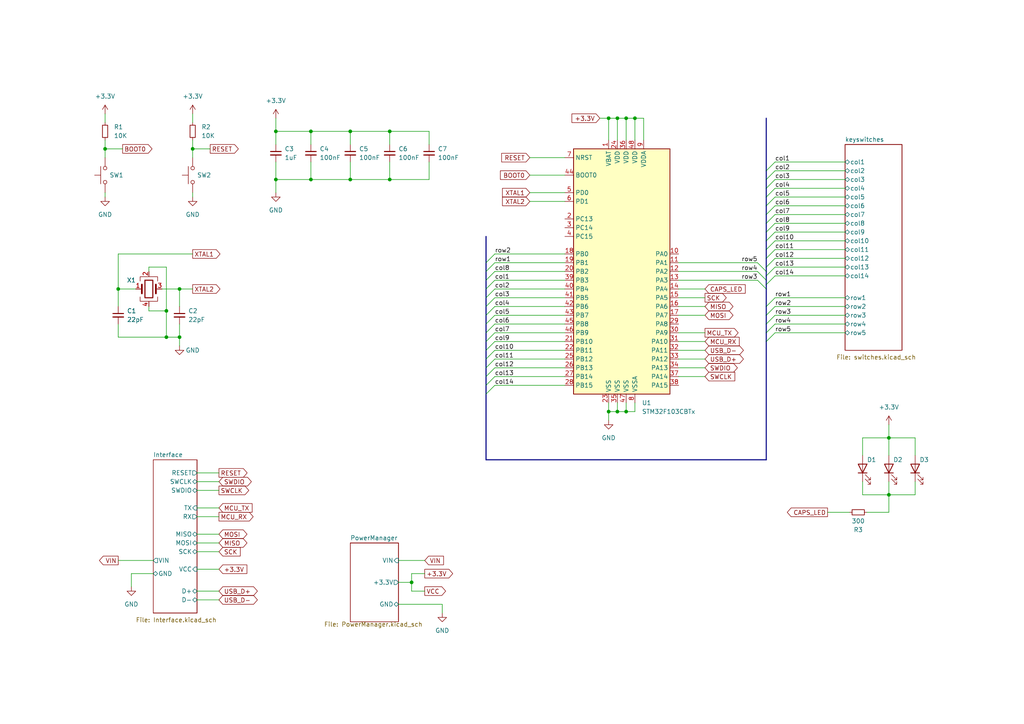
<source format=kicad_sch>
(kicad_sch (version 20211123) (generator eeschema)
  (paper "A4")
  (lib_symbols
    (symbol "Device:C_Small" (pin_numbers hide) (pin_names (offset 0.254) hide)
      (property "Reference" "C" (at 0.254 1.778 0))
      (property "Value" "C_Small" (at 0.254 -2.032 0))
      (symbol "C_Small_0_1"
        (polyline (pts (xy -1.524 -0.508) (xy 1.524 -0.508)) (stroke (width 0.3302)))
        (polyline (pts (xy -1.524 0.508) (xy 1.524 0.508)) (stroke (width 0.3048)))
      )
      (symbol "C_Small_1_1"
        (pin passive line (at 0 2.54 270) (length 2.032) (name "~") (number "1"))
        (pin passive line (at 0 -2.54 90) (length 2.032) (name "~") (number "2"))
      )
    )
    (symbol "Device:Crystal_GND24" (pin_names (offset 1.016) hide)
      (property "Reference" "Y" (at 3.175 5.08 0))
      (property "Value" "Crystal_GND24" (at 3.175 3.175 0))
      (symbol "Crystal_GND24_0_1"
        (rectangle (start -1.143 2.54) (end 1.143 -2.54) (stroke (width 0.3048)))
        (polyline (pts (xy -2.54 0) (xy -2.032 0)))
        (polyline (pts (xy -2.032 -1.27) (xy -2.032 1.27)) (stroke (width 0.508)))
        (polyline (pts (xy 0 -3.81) (xy 0 -3.556)))
        (polyline (pts (xy 0 3.556) (xy 0 3.81)))
        (polyline (pts (xy 2.032 -1.27) (xy 2.032 1.27)) (stroke (width 0.508)))
        (polyline (pts (xy 2.032 0) (xy 2.54 0)))
        (polyline (pts (xy -2.54 -2.286) (xy -2.54 -3.556) (xy 2.54 -3.556) (xy 2.54 -2.286)))
        (polyline (pts (xy -2.54 2.286) (xy -2.54 3.556) (xy 2.54 3.556) (xy 2.54 2.286)))
      )
      (symbol "Crystal_GND24_1_1"
        (pin passive line (at -3.81 0 0) (length 1.27) (name "1") (number "1"))
        (pin passive line (at 0 5.08 270) (length 1.27) (name "2") (number "2"))
        (pin passive line (at 3.81 0 180) (length 1.27) (name "3") (number "3"))
        (pin passive line (at 0 -5.08 90) (length 1.27) (name "4") (number "4"))
      )
    )
    (symbol "Device:LED" (pin_numbers hide) (pin_names (offset 1.016) hide)
      (property "Reference" "D" (at 0 2.54 0))
      (property "Value" "LED" (at 0 -2.54 0))
      (symbol "LED_0_1"
        (polyline (pts (xy -1.27 -1.27) (xy -1.27 1.27)) (stroke (width 0.254)))
        (polyline (pts (xy -1.27 0) (xy 1.27 0)))
        (polyline (pts (xy 1.27 -1.27) (xy 1.27 1.27) (xy -1.27 0) (xy 1.27 -1.27)) (stroke (width 0.254)))
        (polyline (pts (xy -3.048 -0.762) (xy -4.572 -2.286) (xy -3.81 -2.286) (xy -4.572 -2.286) (xy -4.572 -1.524)))
        (polyline (pts (xy -1.778 -0.762) (xy -3.302 -2.286) (xy -2.54 -2.286) (xy -3.302 -2.286) (xy -3.302 -1.524)))
      )
      (symbol "LED_1_1"
        (pin passive line (at -3.81 0 0) (length 2.54) (name "K") (number "1"))
        (pin passive line (at 3.81 0 180) (length 2.54) (name "A") (number "2"))
      )
    )
    (symbol "Device:R_Small" (pin_numbers hide) (pin_names (offset 0.254) hide)
      (property "Reference" "R" (at 0.762 0.508 0))
      (property "Value" "R_Small" (at 0.762 -1.016 0))
      (symbol "R_Small_0_1"
        (rectangle (start -0.762 1.778) (end 0.762 -1.778) (stroke (width 0.2032)))
      )
      (symbol "R_Small_1_1"
        (pin passive line (at 0 2.54 270) (length 0.762) (name "~") (number "1"))
        (pin passive line (at 0 -2.54 90) (length 0.762) (name "~") (number "2"))
      )
    )
    (symbol "MCU_ST_STM32F1:STM32F103CBTx"
      (property "Reference" "U" (at -15.24 36.83 0))
      (property "Value" "STM32F103CBTx" (at 7.62 36.83 0))
      (symbol "STM32F103CBTx_0_1"
        (rectangle (start -15.24 -35.56) (end 12.7 35.56) (stroke (width 0.254)) (fill (type background)))
      )
      (symbol "STM32F103CBTx_1_1"
        (pin power_in line (at -5.08 38.1 270) (length 2.54) (name "VBAT") (number "1"))
        (pin bidirectional line (at 15.24 5.08 180) (length 2.54) (name "PA0") (number "10"))
        (pin bidirectional line (at 15.24 2.54 180) (length 2.54) (name "PA1") (number "11"))
        (pin bidirectional line (at 15.24 0 180) (length 2.54) (name "PA2") (number "12"))
        (pin bidirectional line (at 15.24 -2.54 180) (length 2.54) (name "PA3") (number "13"))
        (pin bidirectional line (at 15.24 -5.08 180) (length 2.54) (name "PA4") (number "14"))
        (pin bidirectional line (at 15.24 -7.62 180) (length 2.54) (name "PA5") (number "15"))
        (pin bidirectional line (at 15.24 -10.16 180) (length 2.54) (name "PA6") (number "16"))
        (pin bidirectional line (at 15.24 -12.7 180) (length 2.54) (name "PA7") (number "17"))
        (pin bidirectional line (at -17.78 5.08 0) (length 2.54) (name "PB0") (number "18"))
        (pin bidirectional line (at -17.78 2.54 0) (length 2.54) (name "PB1") (number "19"))
        (pin bidirectional line (at -17.78 15.24 0) (length 2.54) (name "PC13") (number "2"))
        (pin bidirectional line (at -17.78 0 0) (length 2.54) (name "PB2") (number "20"))
        (pin bidirectional line (at -17.78 -20.32 0) (length 2.54) (name "PB10") (number "21"))
        (pin bidirectional line (at -17.78 -22.86 0) (length 2.54) (name "PB11") (number "22"))
        (pin power_in line (at -5.08 -38.1 90) (length 2.54) (name "VSS") (number "23"))
        (pin power_in line (at -2.54 38.1 270) (length 2.54) (name "VDD") (number "24"))
        (pin bidirectional line (at -17.78 -25.4 0) (length 2.54) (name "PB12") (number "25"))
        (pin bidirectional line (at -17.78 -27.94 0) (length 2.54) (name "PB13") (number "26"))
        (pin bidirectional line (at -17.78 -30.48 0) (length 2.54) (name "PB14") (number "27"))
        (pin bidirectional line (at -17.78 -33.02 0) (length 2.54) (name "PB15") (number "28"))
        (pin bidirectional line (at 15.24 -15.24 180) (length 2.54) (name "PA8") (number "29"))
        (pin bidirectional line (at -17.78 12.7 0) (length 2.54) (name "PC14") (number "3"))
        (pin bidirectional line (at 15.24 -17.78 180) (length 2.54) (name "PA9") (number "30"))
        (pin bidirectional line (at 15.24 -20.32 180) (length 2.54) (name "PA10") (number "31"))
        (pin bidirectional line (at 15.24 -22.86 180) (length 2.54) (name "PA11") (number "32"))
        (pin bidirectional line (at 15.24 -25.4 180) (length 2.54) (name "PA12") (number "33"))
        (pin bidirectional line (at 15.24 -27.94 180) (length 2.54) (name "PA13") (number "34"))
        (pin power_in line (at -2.54 -38.1 90) (length 2.54) (name "VSS") (number "35"))
        (pin power_in line (at 0 38.1 270) (length 2.54) (name "VDD") (number "36"))
        (pin bidirectional line (at 15.24 -30.48 180) (length 2.54) (name "PA14") (number "37"))
        (pin bidirectional line (at 15.24 -33.02 180) (length 2.54) (name "PA15") (number "38"))
        (pin bidirectional line (at -17.78 -2.54 0) (length 2.54) (name "PB3") (number "39"))
        (pin bidirectional line (at -17.78 10.16 0) (length 2.54) (name "PC15") (number "4"))
        (pin bidirectional line (at -17.78 -5.08 0) (length 2.54) (name "PB4") (number "40"))
        (pin bidirectional line (at -17.78 -7.62 0) (length 2.54) (name "PB5") (number "41"))
        (pin bidirectional line (at -17.78 -10.16 0) (length 2.54) (name "PB6") (number "42"))
        (pin bidirectional line (at -17.78 -12.7 0) (length 2.54) (name "PB7") (number "43"))
        (pin input line (at -17.78 27.94 0) (length 2.54) (name "BOOT0") (number "44"))
        (pin bidirectional line (at -17.78 -15.24 0) (length 2.54) (name "PB8") (number "45"))
        (pin bidirectional line (at -17.78 -17.78 0) (length 2.54) (name "PB9") (number "46"))
        (pin power_in line (at 0 -38.1 90) (length 2.54) (name "VSS") (number "47"))
        (pin power_in line (at 2.54 38.1 270) (length 2.54) (name "VDD") (number "48"))
        (pin input line (at -17.78 22.86 0) (length 2.54) (name "PD0") (number "5"))
        (pin input line (at -17.78 20.32 0) (length 2.54) (name "PD1") (number "6"))
        (pin input line (at -17.78 33.02 0) (length 2.54) (name "NRST") (number "7"))
        (pin power_in line (at 2.54 -38.1 90) (length 2.54) (name "VSSA") (number "8"))
        (pin power_in line (at 5.08 38.1 270) (length 2.54) (name "VDDA") (number "9"))
      )
    )
    (symbol "Switch:SW_Push" (pin_numbers hide) (pin_names (offset 1.016) hide)
      (property "Reference" "SW" (at 1.27 2.54 0))
      (property "Value" "SW_Push" (at 0 -1.524 0))
      (symbol "SW_Push_0_1"
        (circle (center -2.032 0) (radius 0.508))
        (polyline (pts (xy 0 1.27) (xy 0 3.048)))
        (polyline (pts (xy 2.54 1.27) (xy -2.54 1.27)))
        (circle (center 2.032 0) (radius 0.508))
        (pin passive line (at -5.08 0 0) (length 2.54) (name "1") (number "1"))
        (pin passive line (at 5.08 0 180) (length 2.54) (name "2") (number "2"))
      )
    )
    (symbol "power:+3.3V" (power) (pin_names (offset 0))
      (property "Value" "+3.3V" (at 0 3.556 0))
      (symbol "+3.3V_0_1"
        (polyline (pts (xy -0.762 1.27) (xy 0 2.54)))
        (polyline (pts (xy 0 0) (xy 0 2.54)))
        (polyline (pts (xy 0 2.54) (xy 0.762 1.27)))
      )
      (symbol "+3.3V_1_1"
        (pin power_in line (at 0 0 90) (length 0) hide (name "+3.3V") (number "1"))
      )
    )
    (symbol "power:GND" (power) (pin_names (offset 0))
      (property "Value" "GND" (at 0 -3.81 0))
      (symbol "GND_0_1"
        (polyline (pts (xy 0 0) (xy 0 -1.27) (xy 1.27 -1.27) (xy 0 -2.54) (xy -1.27 -1.27) (xy 0 -1.27)))
      )
      (symbol "GND_1_1"
        (pin power_in line (at 0 0 270) (length 0) hide (name "GND") (number "1"))
      )
    )
  )
  (junction (at 34.29 83.82))
  (junction (at 101.6 52.07))
  (junction (at 257.81 143.51))
  (junction (at 52.07 97.79))
  (junction (at 90.17 52.07))
  (junction (at 179.07 34.29))
  (junction (at 80.01 52.07))
  (junction (at 113.03 52.07))
  (junction (at 184.15 34.29))
  (junction (at 113.03 38.1))
  (junction (at 48.26 90.17))
  (junction (at 181.61 34.29))
  (junction (at 48.26 97.79))
  (junction (at 181.61 119.38))
  (junction (at 119.38 168.91))
  (junction (at 52.07 83.82))
  (junction (at 30.48 43.18))
  (junction (at 257.81 127))
  (junction (at 80.01 38.1))
  (junction (at 90.17 38.1))
  (junction (at 176.53 34.29))
  (junction (at 55.88 43.18))
  (junction (at 101.6 38.1))
  (junction (at 179.07 119.38))
  (junction (at 176.53 119.38))
  (bus_entry (at 140.97 96.52) (size 2.54 -2.54))
  (bus_entry (at 140.97 99.06) (size 2.54 -2.54))
  (bus_entry (at 140.97 101.6) (size 2.54 -2.54))
  (bus_entry (at 140.97 104.14) (size 2.54 -2.54))
  (bus_entry (at 140.97 106.68) (size 2.54 -2.54))
  (bus_entry (at 140.97 109.22) (size 2.54 -2.54))
  (bus_entry (at 140.97 111.76) (size 2.54 -2.54))
  (bus_entry (at 140.97 114.3) (size 2.54 -2.54))
  (bus_entry (at 140.97 81.28) (size 2.54 -2.54))
  (bus_entry (at 140.97 83.82) (size 2.54 -2.54))
  (bus_entry (at 140.97 86.36) (size 2.54 -2.54))
  (bus_entry (at 140.97 88.9) (size 2.54 -2.54))
  (bus_entry (at 140.97 76.2) (size 2.54 -2.54))
  (bus_entry (at 140.97 78.74) (size 2.54 -2.54))
  (bus_entry (at 140.97 91.44) (size 2.54 -2.54))
  (bus_entry (at 140.97 93.98) (size 2.54 -2.54))
  (bus_entry (at 222.25 59.69) (size 2.54 -2.54))
  (bus_entry (at 222.25 57.15) (size 2.54 -2.54))
  (bus_entry (at 222.25 62.23) (size 2.54 -2.54))
  (bus_entry (at 222.25 64.77) (size 2.54 -2.54))
  (bus_entry (at 222.25 49.53) (size 2.54 -2.54))
  (bus_entry (at 222.25 52.07) (size 2.54 -2.54))
  (bus_entry (at 222.25 54.61) (size 2.54 -2.54))
  (bus_entry (at 222.25 67.31) (size 2.54 -2.54))
  (bus_entry (at 222.25 69.85) (size 2.54 -2.54))
  (bus_entry (at 222.25 72.39) (size 2.54 -2.54))
  (bus_entry (at 222.25 74.93) (size 2.54 -2.54))
  (bus_entry (at 222.25 77.47) (size 2.54 -2.54))
  (bus_entry (at 222.25 80.01) (size 2.54 -2.54))
  (bus_entry (at 222.25 82.55) (size 2.54 -2.54))
  (bus_entry (at 222.25 88.9) (size 2.54 -2.54))
  (bus_entry (at 222.25 91.44) (size 2.54 -2.54))
  (bus_entry (at 222.25 93.98) (size 2.54 -2.54))
  (bus_entry (at 222.25 96.52) (size 2.54 -2.54))
  (bus_entry (at 222.25 99.06) (size 2.54 -2.54))
  (bus_entry (at 219.71 76.2) (size 2.54 2.54))
  (bus_entry (at 219.71 78.74) (size 2.54 2.54))
  (bus_entry (at 219.71 81.28) (size 2.54 2.54))
  (wire (pts (xy 224.79 93.98) (xy 245.11 93.98)))
  (wire (pts (xy 115.57 175.26) (xy 128.27 175.26)))
  (wire (pts (xy 124.46 38.1) (xy 124.46 41.91)))
  (wire (pts (xy 257.81 127) (xy 257.81 132.08)))
  (wire (pts (xy 143.51 76.2) (xy 163.83 76.2)))
  (wire (pts (xy 265.43 127) (xy 265.43 132.08)))
  (bus (pts (xy 222.25 57.15) (xy 222.25 59.69)))
  (wire (pts (xy 57.15 157.48) (xy 63.5 157.48)))
  (wire (pts (xy 57.15 139.7) (xy 63.5 139.7)))
  (wire (pts (xy 30.48 55.88) (xy 30.48 57.15)))
  (wire (pts (xy 196.85 96.52) (xy 204.47 96.52)))
  (wire (pts (xy 57.15 137.16) (xy 63.5 137.16)))
  (wire (pts (xy 123.19 166.37) (xy 119.38 166.37)))
  (wire (pts (xy 57.15 154.94) (xy 63.5 154.94)))
  (wire (pts (xy 224.79 74.93) (xy 245.11 74.93)))
  (wire (pts (xy 90.17 46.99) (xy 90.17 52.07)))
  (wire (pts (xy 179.07 34.29) (xy 181.61 34.29)))
  (bus (pts (xy 222.25 77.47) (xy 222.25 78.74)))
  (wire (pts (xy 240.03 148.59) (xy 246.38 148.59)))
  (wire (pts (xy 52.07 93.98) (xy 52.07 97.79)))
  (wire (pts (xy 80.01 52.07) (xy 80.01 55.88)))
  (wire (pts (xy 224.79 96.52) (xy 245.11 96.52)))
  (wire (pts (xy 80.01 38.1) (xy 90.17 38.1)))
  (bus (pts (xy 222.25 67.31) (xy 222.25 69.85)))
  (wire (pts (xy 57.15 142.24) (xy 63.5 142.24)))
  (bus (pts (xy 222.25 133.35) (xy 140.97 133.35)))
  (bus (pts (xy 140.97 83.82) (xy 140.97 86.36)))
  (bus (pts (xy 140.97 86.36) (xy 140.97 88.9)))
  (wire (pts (xy 196.85 104.14) (xy 204.47 104.14)))
  (bus (pts (xy 222.25 74.93) (xy 222.25 77.47)))
  (wire (pts (xy 38.1 166.37) (xy 44.45 166.37)))
  (wire (pts (xy 55.88 33.02) (xy 55.88 35.56)))
  (bus (pts (xy 140.97 68.58) (xy 140.97 76.2)))
  (wire (pts (xy 113.03 38.1) (xy 113.03 41.91)))
  (wire (pts (xy 153.67 55.88) (xy 163.83 55.88)))
  (wire (pts (xy 251.46 148.59) (xy 257.81 148.59)))
  (bus (pts (xy 222.25 93.98) (xy 222.25 96.52)))
  (bus (pts (xy 222.25 64.77) (xy 222.25 67.31)))
  (wire (pts (xy 143.51 86.36) (xy 163.83 86.36)))
  (wire (pts (xy 55.88 43.18) (xy 55.88 45.72)))
  (wire (pts (xy 224.79 88.9) (xy 245.11 88.9)))
  (wire (pts (xy 48.26 77.47) (xy 48.26 90.17)))
  (wire (pts (xy 196.85 106.68) (xy 204.47 106.68)))
  (wire (pts (xy 57.15 147.32) (xy 63.5 147.32)))
  (wire (pts (xy 181.61 119.38) (xy 179.07 119.38)))
  (bus (pts (xy 222.25 99.06) (xy 222.25 133.35)))
  (wire (pts (xy 181.61 116.84) (xy 181.61 119.38)))
  (wire (pts (xy 250.19 139.7) (xy 250.19 143.51)))
  (wire (pts (xy 80.01 46.99) (xy 80.01 52.07)))
  (wire (pts (xy 143.51 104.14) (xy 163.83 104.14)))
  (bus (pts (xy 222.25 72.39) (xy 222.25 74.93)))
  (wire (pts (xy 119.38 166.37) (xy 119.38 168.91)))
  (bus (pts (xy 222.25 88.9) (xy 222.25 91.44)))
  (wire (pts (xy 196.85 99.06) (xy 204.47 99.06)))
  (wire (pts (xy 153.67 50.8) (xy 163.83 50.8)))
  (wire (pts (xy 30.48 43.18) (xy 35.56 43.18)))
  (wire (pts (xy 184.15 34.29) (xy 184.15 40.64)))
  (wire (pts (xy 113.03 46.99) (xy 113.03 52.07)))
  (wire (pts (xy 224.79 77.47) (xy 245.11 77.47)))
  (wire (pts (xy 224.79 67.31) (xy 245.11 67.31)))
  (bus (pts (xy 140.97 93.98) (xy 140.97 96.52)))
  (wire (pts (xy 46.99 83.82) (xy 52.07 83.82)))
  (bus (pts (xy 222.25 49.53) (xy 222.25 52.07)))
  (wire (pts (xy 30.48 33.02) (xy 30.48 35.56)))
  (bus (pts (xy 222.25 34.29) (xy 222.25 49.53)))
  (wire (pts (xy 55.88 40.64) (xy 55.88 43.18)))
  (bus (pts (xy 140.97 111.76) (xy 140.97 114.3)))
  (wire (pts (xy 115.57 162.56) (xy 123.19 162.56)))
  (wire (pts (xy 224.79 86.36) (xy 245.11 86.36)))
  (wire (pts (xy 48.26 97.79) (xy 52.07 97.79)))
  (wire (pts (xy 113.03 52.07) (xy 101.6 52.07)))
  (wire (pts (xy 55.88 43.18) (xy 60.96 43.18)))
  (wire (pts (xy 224.79 69.85) (xy 245.11 69.85)))
  (wire (pts (xy 196.85 109.22) (xy 204.47 109.22)))
  (bus (pts (xy 140.97 99.06) (xy 140.97 101.6)))
  (wire (pts (xy 80.01 38.1) (xy 80.01 41.91)))
  (wire (pts (xy 173.99 34.29) (xy 176.53 34.29)))
  (wire (pts (xy 43.18 90.17) (xy 43.18 88.9)))
  (wire (pts (xy 34.29 93.98) (xy 34.29 97.79)))
  (wire (pts (xy 52.07 97.79) (xy 52.07 100.33)))
  (wire (pts (xy 181.61 34.29) (xy 184.15 34.29)))
  (bus (pts (xy 140.97 106.68) (xy 140.97 109.22)))
  (wire (pts (xy 143.51 93.98) (xy 163.83 93.98)))
  (wire (pts (xy 48.26 90.17) (xy 48.26 97.79)))
  (bus (pts (xy 140.97 88.9) (xy 140.97 91.44)))
  (wire (pts (xy 224.79 46.99) (xy 245.11 46.99)))
  (wire (pts (xy 224.79 52.07) (xy 245.11 52.07)))
  (wire (pts (xy 224.79 57.15) (xy 245.11 57.15)))
  (wire (pts (xy 257.81 139.7) (xy 257.81 143.51)))
  (wire (pts (xy 176.53 40.64) (xy 176.53 34.29)))
  (wire (pts (xy 57.15 171.45) (xy 63.5 171.45)))
  (bus (pts (xy 222.25 78.74) (xy 222.25 80.01)))
  (bus (pts (xy 140.97 76.2) (xy 140.97 78.74)))
  (bus (pts (xy 222.25 82.55) (xy 222.25 83.82)))
  (wire (pts (xy 224.79 54.61) (xy 245.11 54.61)))
  (wire (pts (xy 39.37 83.82) (xy 34.29 83.82)))
  (bus (pts (xy 140.97 104.14) (xy 140.97 106.68)))
  (wire (pts (xy 90.17 52.07) (xy 80.01 52.07)))
  (wire (pts (xy 196.85 88.9) (xy 204.47 88.9)))
  (wire (pts (xy 176.53 116.84) (xy 176.53 119.38)))
  (wire (pts (xy 52.07 83.82) (xy 52.07 88.9)))
  (wire (pts (xy 257.81 143.51) (xy 257.81 148.59)))
  (wire (pts (xy 184.15 119.38) (xy 181.61 119.38)))
  (wire (pts (xy 224.79 72.39) (xy 245.11 72.39)))
  (wire (pts (xy 143.51 111.76) (xy 163.83 111.76)))
  (wire (pts (xy 143.51 101.6) (xy 163.83 101.6)))
  (wire (pts (xy 34.29 162.56) (xy 44.45 162.56)))
  (wire (pts (xy 101.6 38.1) (xy 101.6 41.91)))
  (wire (pts (xy 196.85 86.36) (xy 204.47 86.36)))
  (wire (pts (xy 57.15 149.86) (xy 63.5 149.86)))
  (wire (pts (xy 38.1 170.18) (xy 38.1 166.37)))
  (wire (pts (xy 119.38 168.91) (xy 115.57 168.91)))
  (bus (pts (xy 222.25 91.44) (xy 222.25 93.98)))
  (wire (pts (xy 30.48 40.64) (xy 30.48 43.18)))
  (wire (pts (xy 143.51 78.74) (xy 163.83 78.74)))
  (wire (pts (xy 43.18 77.47) (xy 48.26 77.47)))
  (wire (pts (xy 196.85 91.44) (xy 204.47 91.44)))
  (wire (pts (xy 196.85 101.6) (xy 204.47 101.6)))
  (wire (pts (xy 143.51 91.44) (xy 163.83 91.44)))
  (wire (pts (xy 184.15 116.84) (xy 184.15 119.38)))
  (wire (pts (xy 179.07 119.38) (xy 176.53 119.38)))
  (wire (pts (xy 123.19 171.45) (xy 119.38 171.45)))
  (wire (pts (xy 57.15 160.02) (xy 63.5 160.02)))
  (wire (pts (xy 101.6 46.99) (xy 101.6 52.07)))
  (wire (pts (xy 55.88 73.66) (xy 34.29 73.66)))
  (wire (pts (xy 34.29 97.79) (xy 48.26 97.79)))
  (wire (pts (xy 143.51 73.66) (xy 163.83 73.66)))
  (bus (pts (xy 140.97 109.22) (xy 140.97 111.76)))
  (bus (pts (xy 222.25 81.28) (xy 222.25 82.55)))
  (wire (pts (xy 143.51 88.9) (xy 163.83 88.9)))
  (wire (pts (xy 224.79 49.53) (xy 245.11 49.53)))
  (bus (pts (xy 222.25 80.01) (xy 222.25 81.28)))
  (bus (pts (xy 222.25 96.52) (xy 222.25 99.06)))
  (wire (pts (xy 224.79 59.69) (xy 245.11 59.69)))
  (wire (pts (xy 176.53 34.29) (xy 179.07 34.29)))
  (wire (pts (xy 124.46 52.07) (xy 113.03 52.07)))
  (wire (pts (xy 179.07 116.84) (xy 179.07 119.38)))
  (wire (pts (xy 176.53 119.38) (xy 176.53 121.92)))
  (bus (pts (xy 222.25 52.07) (xy 222.25 54.61)))
  (bus (pts (xy 222.25 69.85) (xy 222.25 72.39)))
  (wire (pts (xy 186.69 34.29) (xy 186.69 40.64)))
  (wire (pts (xy 196.85 81.28) (xy 219.71 81.28)))
  (wire (pts (xy 57.15 165.1) (xy 63.5 165.1)))
  (wire (pts (xy 179.07 34.29) (xy 179.07 40.64)))
  (wire (pts (xy 224.79 91.44) (xy 245.11 91.44)))
  (wire (pts (xy 250.19 143.51) (xy 257.81 143.51)))
  (wire (pts (xy 34.29 73.66) (xy 34.29 83.82)))
  (bus (pts (xy 140.97 96.52) (xy 140.97 99.06)))
  (wire (pts (xy 30.48 43.18) (xy 30.48 45.72)))
  (wire (pts (xy 124.46 46.99) (xy 124.46 52.07)))
  (wire (pts (xy 101.6 52.07) (xy 90.17 52.07)))
  (wire (pts (xy 257.81 123.19) (xy 257.81 127)))
  (bus (pts (xy 222.25 59.69) (xy 222.25 62.23)))
  (wire (pts (xy 43.18 90.17) (xy 48.26 90.17)))
  (wire (pts (xy 143.51 99.06) (xy 163.83 99.06)))
  (wire (pts (xy 224.79 64.77) (xy 245.11 64.77)))
  (wire (pts (xy 224.79 62.23) (xy 245.11 62.23)))
  (wire (pts (xy 257.81 127) (xy 265.43 127)))
  (wire (pts (xy 90.17 38.1) (xy 101.6 38.1)))
  (wire (pts (xy 196.85 78.74) (xy 219.71 78.74)))
  (wire (pts (xy 113.03 38.1) (xy 124.46 38.1)))
  (wire (pts (xy 128.27 175.26) (xy 128.27 177.8)))
  (wire (pts (xy 143.51 96.52) (xy 163.83 96.52)))
  (wire (pts (xy 181.61 34.29) (xy 181.61 40.64)))
  (wire (pts (xy 101.6 38.1) (xy 113.03 38.1)))
  (wire (pts (xy 34.29 83.82) (xy 34.29 88.9)))
  (wire (pts (xy 90.17 38.1) (xy 90.17 41.91)))
  (bus (pts (xy 222.25 83.82) (xy 222.25 88.9)))
  (bus (pts (xy 140.97 114.3) (xy 140.97 133.35)))
  (wire (pts (xy 250.19 127) (xy 257.81 127)))
  (wire (pts (xy 43.18 78.74) (xy 43.18 77.47)))
  (bus (pts (xy 140.97 101.6) (xy 140.97 104.14)))
  (wire (pts (xy 119.38 171.45) (xy 119.38 168.91)))
  (wire (pts (xy 57.15 173.99) (xy 63.5 173.99)))
  (wire (pts (xy 55.88 55.88) (xy 55.88 57.15)))
  (wire (pts (xy 153.67 45.72) (xy 163.83 45.72)))
  (bus (pts (xy 222.25 54.61) (xy 222.25 57.15)))
  (bus (pts (xy 140.97 91.44) (xy 140.97 93.98)))
  (wire (pts (xy 265.43 139.7) (xy 265.43 143.51)))
  (wire (pts (xy 143.51 83.82) (xy 163.83 83.82)))
  (wire (pts (xy 196.85 76.2) (xy 219.71 76.2)))
  (bus (pts (xy 222.25 62.23) (xy 222.25 64.77)))
  (wire (pts (xy 143.51 109.22) (xy 163.83 109.22)))
  (wire (pts (xy 224.79 80.01) (xy 245.11 80.01)))
  (wire (pts (xy 80.01 34.29) (xy 80.01 38.1)))
  (bus (pts (xy 140.97 78.74) (xy 140.97 81.28)))
  (bus (pts (xy 140.97 81.28) (xy 140.97 83.82)))
  (wire (pts (xy 196.85 83.82) (xy 204.47 83.82)))
  (wire (pts (xy 250.19 132.08) (xy 250.19 127)))
  (wire (pts (xy 52.07 83.82) (xy 55.88 83.82)))
  (wire (pts (xy 153.67 58.42) (xy 163.83 58.42)))
  (wire (pts (xy 265.43 143.51) (xy 257.81 143.51)))
  (wire (pts (xy 143.51 106.68) (xy 163.83 106.68)))
  (wire (pts (xy 143.51 81.28) (xy 163.83 81.28)))
  (wire (pts (xy 184.15 34.29) (xy 186.69 34.29)))
  (label "col11" (at 143.51 104.14 0))
  (label "col3" (at 143.51 86.36 0))
  (label "col1" (at 143.51 81.28 0))
  (label "row1" (at 224.79 86.36 0))
  (label "col6" (at 224.79 59.69 0))
  (label "col12" (at 143.51 106.68 0))
  (label "col6" (at 143.51 93.98 0))
  (label "col9" (at 143.51 99.06 0))
  (label "col3" (at 224.79 52.07 0))
  (label "col13" (at 143.51 109.22 0))
  (label "col11" (at 224.79 72.39 0))
  (label "col7" (at 224.79 62.23 0))
  (label "col7" (at 143.51 96.52 0))
  (label "row4" (at 219.71 78.74 180))
  (label "col2" (at 143.51 83.82 0))
  (label "row2" (at 143.51 73.66 0))
  (label "col13" (at 224.79 77.47 0))
  (label "col8" (at 224.79 64.77 0))
  (label "row1" (at 143.51 76.2 0))
  (label "row5" (at 224.79 96.52 0))
  (label "col1" (at 224.79 46.99 0))
  (label "col10" (at 224.79 69.85 0))
  (label "col5" (at 143.51 91.44 0))
  (label "row4" (at 224.79 93.98 0))
  (label "row3" (at 224.79 91.44 0))
  (label "row5" (at 219.71 76.2 180))
  (label "row3" (at 219.71 81.28 180))
  (label "col2" (at 224.79 49.53 0))
  (label "row2" (at 224.79 88.9 0))
  (label "col14" (at 224.79 80.01 0))
  (label "col4" (at 224.79 54.61 0))
  (label "col14" (at 143.51 111.76 0))
  (label "col12" (at 224.79 74.93 0))
  (label "col5" (at 224.79 57.15 0))
  (label "col9" (at 224.79 67.31 0))
  (label "col8" (at 143.51 78.74 0))
  (label "col4" (at 143.51 88.9 0))
  (label "col10" (at 143.51 101.6 0))
  (global_label "+3.3V" (shape output) (at 123.19 166.37 0) (property "插入圖紙頁參考" "${INTERSHEET_REFS}" (effects hide)))
  (global_label "XTAL1" (shape output) (at 55.88 73.66 0) (property "插入圖紙頁參考" "${INTERSHEET_REFS}" (effects hide)))
  (global_label "CAPS_LED" (shape input) (at 204.47 83.82 0) (property "插入圖紙頁參考" "${INTERSHEET_REFS}" (effects hide)))
  (global_label "MCU_RX" (shape input) (at 204.47 99.06 0) (property "插入圖紙頁參考" "${INTERSHEET_REFS}" (effects hide)))
  (global_label "SWCLK" (shape input) (at 204.47 109.22 0) (property "插入圖紙頁參考" "${INTERSHEET_REFS}" (effects hide)))
  (global_label "CAPS_LED" (shape output) (at 240.03 148.59 180) (property "插入圖紙頁參考" "${INTERSHEET_REFS}" (effects hide)))
  (global_label "SCK" (shape output) (at 204.47 86.36 0) (property "插入圖紙頁參考" "${INTERSHEET_REFS}" (effects hide)))
  (global_label "USB_D-" (shape bidirectional) (at 204.47 101.6 0) (property "插入圖紙頁參考" "${INTERSHEET_REFS}" (effects hide)))
  (global_label "MOSI" (shape bidirectional) (at 204.47 91.44 0) (property "插入圖紙頁參考" "${INTERSHEET_REFS}" (effects hide)))
  (global_label "+3.3V" (shape input) (at 63.5 165.1 0) (property "插入圖紙頁參考" "${INTERSHEET_REFS}" (effects hide)))
  (global_label "RESET" (shape output) (at 63.5 137.16 0) (property "插入圖紙頁參考" "${INTERSHEET_REFS}" (effects hide)))
  (global_label "RESET" (shape output) (at 60.96 43.18 0) (property "插入圖紙頁參考" "${INTERSHEET_REFS}" (effects hide)))
  (global_label "MCU_TX" (shape output) (at 204.47 96.52 0) (property "插入圖紙頁參考" "${INTERSHEET_REFS}" (effects hide)))
  (global_label "USB_D+" (shape bidirectional) (at 63.5 171.45 0) (property "插入圖紙頁參考" "${INTERSHEET_REFS}" (effects hide)))
  (global_label "VIN" (shape input) (at 123.19 162.56 0) (property "插入圖紙頁參考" "${INTERSHEET_REFS}" (effects hide)))
  (global_label "SWDIO" (shape bidirectional) (at 63.5 139.7 0) (property "插入圖紙頁參考" "${INTERSHEET_REFS}" (effects hide)))
  (global_label "VCC" (shape output) (at 123.19 171.45 0) (property "插入圖紙頁參考" "${INTERSHEET_REFS}" (effects hide)))
  (global_label "XTAL2" (shape output) (at 55.88 83.82 0) (property "插入圖紙頁參考" "${INTERSHEET_REFS}" (effects hide)))
  (global_label "BOOT0" (shape output) (at 35.56 43.18 0) (property "插入圖紙頁參考" "${INTERSHEET_REFS}" (effects hide)))
  (global_label "SCK" (shape input) (at 63.5 160.02 0) (property "插入圖紙頁參考" "${INTERSHEET_REFS}" (effects hide)))
  (global_label "SWDIO" (shape bidirectional) (at 204.47 106.68 0) (property "插入圖紙頁參考" "${INTERSHEET_REFS}" (effects hide)))
  (global_label "SWCLK" (shape output) (at 63.5 142.24 0) (property "插入圖紙頁參考" "${INTERSHEET_REFS}" (effects hide)))
  (global_label "MCU_TX" (shape input) (at 63.5 147.32 0) (property "插入圖紙頁參考" "${INTERSHEET_REFS}" (effects hide)))
  (global_label "XTAL1" (shape input) (at 153.67 55.88 180) (property "插入圖紙頁參考" "${INTERSHEET_REFS}" (effects hide)))
  (global_label "MCU_RX" (shape output) (at 63.5 149.86 0) (property "插入圖紙頁參考" "${INTERSHEET_REFS}" (effects hide)))
  (global_label "RESET" (shape input) (at 153.67 45.72 180) (property "插入圖紙頁參考" "${INTERSHEET_REFS}" (effects hide)))
  (global_label "BOOT0" (shape input) (at 153.67 50.8 180) (property "插入圖紙頁參考" "${INTERSHEET_REFS}" (effects hide)))
  (global_label "+3.3V" (shape input) (at 173.99 34.29 180) (property "插入圖紙頁參考" "${INTERSHEET_REFS}" (effects hide)))
  (global_label "MISO" (shape bidirectional) (at 63.5 157.48 0) (property "插入圖紙頁參考" "${INTERSHEET_REFS}" (effects hide)))
  (global_label "USB_D-" (shape bidirectional) (at 63.5 173.99 0) (property "插入圖紙頁參考" "${INTERSHEET_REFS}" (effects hide)))
  (global_label "MOSI" (shape bidirectional) (at 63.5 154.94 0) (property "插入圖紙頁參考" "${INTERSHEET_REFS}" (effects hide)))
  (global_label "MISO" (shape bidirectional) (at 204.47 88.9 0) (property "插入圖紙頁參考" "${INTERSHEET_REFS}" (effects hide)))
  (global_label "USB_D+" (shape bidirectional) (at 204.47 104.14 0) (property "插入圖紙頁參考" "${INTERSHEET_REFS}" (effects hide)))
  (global_label "XTAL2" (shape input) (at 153.67 58.42 180) (property "插入圖紙頁參考" "${INTERSHEET_REFS}" (effects hide)))
  (global_label "VIN" (shape output) (at 34.29 162.56 180) (property "插入圖紙頁參考" "${INTERSHEET_REFS}" (effects hide)))
  (symbol (lib_id "power:GND") (at 128.27 177.8 0) (unit 1)
    (property "Reference" "#PWR09" (effects hide))
    (property "Value" "GND" (at 128.27 182.88 0))
  )
  (symbol (lib_id "Device:C_Small") (at 113.03 44.45 0) (unit 1)
    (property "Reference" "C6" (at 115.57 43.1862 0) (effects (justify left)))
    (property "Value" "100nF" (at 115.57 45.7262 0) (effects (justify left)))
    (property "Footprint" "Capacitor_SMD:C_0603_1608Metric" (effects hide))
  )
  (symbol (lib_id "power:+3.3V") (at 257.81 123.19 0) (unit 1)
    (property "Reference" "#PWR011" (effects hide))
    (property "Value" "+3.3V" (at 257.81 118.11 0))
  )
  (symbol (lib_id "Device:R_Small") (at 30.48 38.1 0) (unit 1)
    (property "Reference" "R1" (at 33.02 36.8299 0) (effects (justify left)))
    (property "Value" "10K" (at 33.02 39.3699 0) (effects (justify left)))
    (property "Footprint" "Resistor_SMD:R_0603_1608Metric" (effects hide))
  )
  (symbol (lib_id "power:GND") (at 52.07 100.33 0) (unit 1)
    (property "Reference" "#PWR04" (effects hide))
    (property "Value" "GND" (at 55.88 101.6 0))
  )
  (symbol (lib_id "Switch:SW_Push") (at 55.88 50.8 90) (unit 1)
    (property "Reference" "SW2" (at 57.15 50.8 90) (effects (justify right)))
    (property "Value" "SW_Push" (effects hide))
    (property "Footprint" "Button_Switch_SMD:SW_Push_1P1T_NO_CK_KSC6xxJ" (effects hide))
  )
  (symbol (lib_id "Switch:SW_Push") (at 30.48 50.8 90) (unit 1)
    (property "Reference" "SW1" (at 31.75 50.8 90) (effects (justify right)))
    (property "Value" "SW_Push" (effects hide))
    (property "Footprint" "Button_Switch_SMD:SW_Push_1P1T_NO_CK_KSC6xxJ" (effects hide))
  )
  (symbol (lib_id "power:+3.3V") (at 55.88 33.02 0) (unit 1)
    (property "Reference" "#PWR05" (effects hide))
    (property "Value" "+3.3V" (at 55.88 27.94 0))
  )
  (symbol (lib_id "power:+3.3V") (at 30.48 33.02 0) (unit 1)
    (property "Reference" "#PWR01" (effects hide))
    (property "Value" "+3.3V" (at 30.48 27.94 0))
  )
  (symbol (lib_id "Device:C_Small") (at 90.17 44.45 0) (unit 1)
    (property "Reference" "C4" (at 92.71 43.1862 0) (effects (justify left)))
    (property "Value" "100nF" (at 92.71 45.7262 0) (effects (justify left)))
    (property "Footprint" "Capacitor_SMD:C_0603_1608Metric" (effects hide))
  )
  (symbol (lib_id "Device:C_Small") (at 101.6 44.45 0) (unit 1)
    (property "Reference" "C5" (at 104.14 43.1862 0) (effects (justify left)))
    (property "Value" "100nF" (at 104.14 45.7262 0) (effects (justify left)))
    (property "Footprint" "Capacitor_SMD:C_0603_1608Metric" (effects hide))
  )
  (symbol (lib_id "Device:R_Small") (at 248.92 148.59 270) (unit 1)
    (property "Reference" "R3" (at 248.92 153.67 90))
    (property "Value" "300" (at 248.92 151.13 90))
    (property "Footprint" "Resistor_SMD:R_0603_1608Metric" (effects hide))
  )
  (symbol (lib_id "Device:Crystal_GND24") (at 43.18 83.82 0) (unit 1)
    (property "Reference" "X1" (at 38.1 81.28 0))
    (property "Value" "Crystal_GND24" (effects hide))
    (property "Footprint" "Crystal:Crystal_SMD_TXC_7M-4Pin_3.2x2.5mm" (effects hide))
  )
  (symbol (lib_id "power:GND") (at 55.88 57.15 0) (unit 1)
    (property "Reference" "#PWR06" (effects hide))
    (property "Value" "GND" (at 55.88 62.23 0))
  )
  (symbol (lib_id "Device:R_Small") (at 55.88 38.1 0) (unit 1)
    (property "Reference" "R2" (at 58.42 36.8299 0) (effects (justify left)))
    (property "Value" "10K" (at 58.42 39.3699 0) (effects (justify left)))
    (property "Footprint" "Resistor_SMD:R_0603_1608Metric" (effects hide))
  )
  (symbol (lib_id "power:GND") (at 80.01 55.88 0) (unit 1)
    (property "Reference" "#PWR08" (effects hide))
    (property "Value" "GND" (at 80.01 60.96 0))
  )
  (symbol (lib_id "power:+3.3V") (at 80.01 34.29 0) (unit 1)
    (property "Reference" "#PWR07" (effects hide))
    (property "Value" "+3.3V" (at 80.01 29.21 0))
  )
  (symbol (lib_id "Device:C_Small") (at 52.07 91.44 0) (unit 1)
    (property "Reference" "C2" (at 54.61 90.1762 0) (effects (justify left)))
    (property "Value" "22pF" (at 54.61 92.7162 0) (effects (justify left)))
    (property "Footprint" "Capacitor_SMD:C_0603_1608Metric" (effects hide))
  )
  (symbol (lib_id "Device:C_Small") (at 124.46 44.45 0) (unit 1)
    (property "Reference" "C7" (at 127 43.1862 0) (effects (justify left)))
    (property "Value" "100nF" (at 127 45.7262 0) (effects (justify left)))
    (property "Footprint" "Capacitor_SMD:C_0603_1608Metric" (effects hide))
  )
  (symbol (lib_id "Device:LED") (at 265.43 135.89 90) (unit 1)
    (property "Reference" "D3" (at 266.7 133.35 90) (effects (justify right)))
    (property "Value" "LED" (effects hide))
    (property "Footprint" "LED_SMD:LED_0805_2012Metric" (effects hide))
  )
  (symbol (lib_id "Device:C_Small") (at 80.01 44.45 0) (unit 1)
    (property "Reference" "C3" (at 82.55 43.1862 0) (effects (justify left)))
    (property "Value" "1uF" (at 82.55 45.7262 0) (effects (justify left)))
    (property "Footprint" "Capacitor_SMD:C_0603_1608Metric" (effects hide))
  )
  (symbol (lib_id "power:GND") (at 30.48 57.15 0) (unit 1)
    (property "Reference" "#PWR02" (effects hide))
    (property "Value" "GND" (at 30.48 62.23 0))
  )
  (symbol (lib_id "Device:LED") (at 250.19 135.89 90) (unit 1)
    (property "Reference" "D1" (at 251.46 133.35 90) (effects (justify right)))
    (property "Value" "LED" (effects hide))
    (property "Footprint" "LED_SMD:LED_0805_2012Metric" (effects hide))
  )
  (symbol (lib_id "Device:LED") (at 257.81 135.89 90) (unit 1)
    (property "Reference" "D2" (at 259.08 133.35 90) (effects (justify right)))
    (property "Value" "LED" (effects hide))
    (property "Footprint" "LED_SMD:LED_0805_2012Metric" (effects hide))
  )
  (symbol (lib_id "MCU_ST_STM32F1:STM32F103CBTx") (at 181.61 78.74 0) (unit 1)
    (property "Reference" "U1" (at 186.1694 116.84 0) (effects (justify left)))
    (property "Value" "STM32F103CBTx" (at 186.1694 119.38 0) (effects (justify left)))
    (property "Footprint" "Package_QFP:LQFP-48_7x7mm_P0.5mm" (effects hide))
    (property "Datasheet" "http://www.st.com/st-web-ui/static/active/en/resource/technical/document/datasheet/CD00161566.pdf" (effects hide))
  )
  (symbol (lib_id "power:GND") (at 38.1 170.18 0) (unit 1)
    (property "Reference" "#PWR03" (effects hide))
    (property "Value" "GND" (at 38.1 175.26 0))
  )
  (symbol (lib_id "power:GND") (at 176.53 121.92 0) (unit 1)
    (property "Reference" "#PWR010" (effects hide))
    (property "Value" "GND" (at 176.53 127 0))
  )
  (symbol (lib_id "Device:C_Small") (at 34.29 91.44 0) (unit 1)
    (property "Reference" "C1" (at 36.83 90.1762 0) (effects (justify left)))
    (property "Value" "22pF" (at 36.83 92.7162 0) (effects (justify left)))
    (property "Footprint" "Capacitor_SMD:C_0603_1608Metric" (effects hide))
  )
  (sheet (at 101.6 157.48) (size 13.97 22.86) (stroke (width 0.1524))
    (property "Sheet name" "PowerManager" (at 101.6 156.7684 0) (effects (justify left bottom)))
    (property "Sheet file" "PowerManager.kicad_sch" (at 93.98 180.34 0) (effects (justify left top)))
    (pin "VIN" input (at 115.57 162.56 0))
    (pin "+3.3V" output (at 115.57 168.91 0))
    (pin "GND" bidirectional (at 115.57 175.26 0))
  )
  (sheet (at 245.11 41.91) (size 16.51 59.69) (stroke (width 0.1524))
    (property "Sheet name" "keyswitches" (at 245.11 41.1984 0) (effects (justify left bottom)))
    (property "Sheet file" "switches.kicad_sch" (at 242.57 102.87 0) (effects (justify left top)))
    (pin "col5" bidirectional (at 245.11 57.15 180))
    (pin "col6" bidirectional (at 245.11 59.69 180))
    (pin "col8" bidirectional (at 245.11 64.77 180))
    (pin "col7" bidirectional (at 245.11 62.23 180))
    (pin "col14" bidirectional (at 245.11 80.01 180))
    (pin "col12" bidirectional (at 245.11 74.93 180))
    (pin "col13" bidirectional (at 245.11 77.47 180))
    (pin "col10" bidirectional (at 245.11 69.85 180))
    (pin "col11" bidirectional (at 245.11 72.39 180))
    (pin "col9" bidirectional (at 245.11 67.31 180))
    (pin "row1" bidirectional (at 245.11 86.36 180))
    (pin "col1" bidirectional (at 245.11 46.99 180))
    (pin "col2" bidirectional (at 245.11 49.53 180))
    (pin "col3" bidirectional (at 245.11 52.07 180))
    (pin "col4" bidirectional (at 245.11 54.61 180))
    (pin "row2" bidirectional (at 245.11 88.9 180))
    (pin "row4" bidirectional (at 245.11 93.98 180))
    (pin "row5" bidirectional (at 245.11 96.52 180))
    (pin "row3" bidirectional (at 245.11 91.44 180))
  )
  (sheet (at 44.45 133.35) (size 12.7 44.45) (stroke (width 0.1524))
    (property "Sheet name" "Interface" (at 44.45 132.6384 0) (effects (justify left bottom)))
    (property "Sheet file" "Interface.kicad_sch" (at 39.37 179.07 0) (effects (justify left top)))
    (pin "GND" bidirectional (at 44.45 166.37 180))
    (pin "D-" bidirectional (at 57.15 173.99 0))
    (pin "D+" bidirectional (at 57.15 171.45 0))
    (pin "VCC" input (at 57.15 165.1 0))
    (pin "VIN" output (at 44.45 162.56 180))
    (pin "SWCLK" bidirectional (at 57.15 139.7 0))
    (pin "RESET" output (at 57.15 137.16 0))
    (pin "SWDIO" bidirectional (at 57.15 142.24 0))
    (pin "TX" input (at 57.15 147.32 0))
    (pin "RX" output (at 57.15 149.86 0))
    (pin "MISO" bidirectional (at 57.15 154.94 0))
    (pin "SCK" bidirectional (at 57.15 160.02 0))
    (pin "MOSI" bidirectional (at 57.15 157.48 0))
  )
)
</source>
